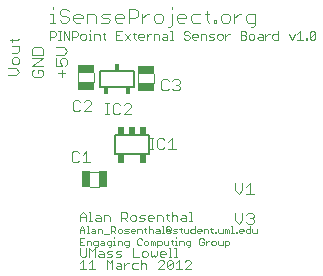
<source format=gto>
G75*
G70*
%OFA0B0*%
%FSLAX24Y24*%
%IPPOS*%
%LPD*%
%AMOC8*
5,1,8,0,0,1.08239X$1,22.5*
%
%ADD10C,0.0030*%
%ADD11C,0.0040*%
%ADD12C,0.0020*%
%ADD13C,0.0060*%
%ADD14R,0.0197X0.0256*%
%ADD15R,0.0180X0.0230*%
%ADD16R,0.0295X0.0571*%
%ADD17R,0.0571X0.0295*%
D10*
X002796Y001327D02*
X002990Y001327D01*
X002893Y001327D02*
X002893Y001618D01*
X002796Y001521D01*
X002845Y001727D02*
X002942Y001727D01*
X002990Y001776D01*
X002990Y002018D01*
X003091Y002018D02*
X003188Y001921D01*
X003285Y002018D01*
X003285Y001727D01*
X003386Y001776D02*
X003434Y001824D01*
X003579Y001824D01*
X003579Y001873D02*
X003579Y001727D01*
X003434Y001727D01*
X003386Y001776D01*
X003434Y001921D02*
X003531Y001921D01*
X003579Y001873D01*
X003680Y001873D02*
X003729Y001921D01*
X003874Y001921D01*
X003825Y001824D02*
X003874Y001776D01*
X003825Y001727D01*
X003680Y001727D01*
X003729Y001824D02*
X003680Y001873D01*
X003729Y001824D02*
X003825Y001824D01*
X003975Y001873D02*
X004023Y001921D01*
X004168Y001921D01*
X004120Y001824D02*
X004023Y001824D01*
X003975Y001873D01*
X003975Y001727D02*
X004120Y001727D01*
X004168Y001776D01*
X004120Y001824D01*
X003874Y001618D02*
X003874Y001327D01*
X003975Y001376D02*
X004023Y001424D01*
X004168Y001424D01*
X004168Y001473D02*
X004168Y001327D01*
X004023Y001327D01*
X003975Y001376D01*
X004023Y001521D02*
X004120Y001521D01*
X004168Y001473D01*
X004270Y001521D02*
X004270Y001327D01*
X004270Y001424D02*
X004366Y001521D01*
X004415Y001521D01*
X004515Y001473D02*
X004515Y001376D01*
X004564Y001327D01*
X004709Y001327D01*
X004810Y001327D02*
X004810Y001618D01*
X004858Y001521D02*
X004955Y001521D01*
X005003Y001473D01*
X005003Y001327D01*
X004810Y001473D02*
X004858Y001521D01*
X004709Y001521D02*
X004564Y001521D01*
X004515Y001473D01*
X004564Y001727D02*
X004758Y001727D01*
X004859Y001776D02*
X004859Y001873D01*
X004907Y001921D01*
X005004Y001921D01*
X005052Y001873D01*
X005052Y001776D01*
X005004Y001727D01*
X004907Y001727D01*
X004859Y001776D01*
X004564Y001727D02*
X004564Y002018D01*
X005154Y001921D02*
X005154Y001776D01*
X005202Y001727D01*
X005250Y001776D01*
X005299Y001727D01*
X005347Y001776D01*
X005347Y001921D01*
X005448Y001873D02*
X005448Y001776D01*
X005497Y001727D01*
X005593Y001727D01*
X005642Y001824D02*
X005448Y001824D01*
X005448Y001873D02*
X005497Y001921D01*
X005593Y001921D01*
X005642Y001873D01*
X005642Y001824D01*
X005743Y001727D02*
X005840Y001727D01*
X005791Y001727D02*
X005791Y002018D01*
X005743Y002018D01*
X005939Y002018D02*
X005988Y002018D01*
X005988Y001727D01*
X006036Y001727D02*
X005939Y001727D01*
X005839Y001618D02*
X005887Y001569D01*
X005694Y001376D01*
X005742Y001327D01*
X005839Y001327D01*
X005887Y001376D01*
X005887Y001569D01*
X005839Y001618D02*
X005742Y001618D01*
X005694Y001569D01*
X005694Y001376D01*
X005593Y001327D02*
X005399Y001327D01*
X005593Y001521D01*
X005593Y001569D01*
X005544Y001618D01*
X005447Y001618D01*
X005399Y001569D01*
X005988Y001521D02*
X006085Y001618D01*
X006085Y001327D01*
X005988Y001327D02*
X006182Y001327D01*
X006283Y001327D02*
X006476Y001521D01*
X006476Y001569D01*
X006428Y001618D01*
X006331Y001618D01*
X006283Y001569D01*
X006283Y001327D02*
X006476Y001327D01*
X008083Y002827D02*
X008207Y002951D01*
X008207Y003198D01*
X008328Y003136D02*
X008390Y003198D01*
X008513Y003198D01*
X008575Y003136D01*
X008575Y003074D01*
X008513Y003013D01*
X008575Y002951D01*
X008575Y002889D01*
X008513Y002827D01*
X008390Y002827D01*
X008328Y002889D01*
X008452Y003013D02*
X008513Y003013D01*
X008083Y002827D02*
X007960Y002951D01*
X007960Y003198D01*
X008083Y003827D02*
X008207Y003951D01*
X008207Y004198D01*
X008328Y004074D02*
X008452Y004198D01*
X008452Y003827D01*
X008575Y003827D02*
X008328Y003827D01*
X008083Y003827D02*
X007960Y003951D01*
X007960Y004198D01*
X006479Y003218D02*
X006479Y002927D01*
X006527Y002927D02*
X006430Y002927D01*
X006329Y002927D02*
X006329Y003073D01*
X006281Y003121D01*
X006184Y003121D01*
X006184Y003024D02*
X006329Y003024D01*
X006329Y002927D02*
X006184Y002927D01*
X006136Y002976D01*
X006184Y003024D01*
X006035Y003073D02*
X006035Y002927D01*
X006035Y003073D02*
X005986Y003121D01*
X005889Y003121D01*
X005841Y003073D01*
X005741Y003121D02*
X005645Y003121D01*
X005693Y003169D02*
X005693Y002976D01*
X005741Y002927D01*
X005841Y002927D02*
X005841Y003218D01*
X005543Y003073D02*
X005543Y002927D01*
X005543Y003073D02*
X005495Y003121D01*
X005350Y003121D01*
X005350Y002927D01*
X005249Y003024D02*
X005055Y003024D01*
X005055Y002976D02*
X005055Y003073D01*
X005104Y003121D01*
X005200Y003121D01*
X005249Y003073D01*
X005249Y003024D01*
X005200Y002927D02*
X005104Y002927D01*
X005055Y002976D01*
X004954Y002976D02*
X004906Y003024D01*
X004809Y003024D01*
X004761Y003073D01*
X004809Y003121D01*
X004954Y003121D01*
X004954Y002976D02*
X004906Y002927D01*
X004761Y002927D01*
X004660Y002976D02*
X004660Y003073D01*
X004611Y003121D01*
X004514Y003121D01*
X004466Y003073D01*
X004466Y002976D01*
X004514Y002927D01*
X004611Y002927D01*
X004660Y002976D01*
X004365Y002927D02*
X004268Y003024D01*
X004317Y003024D02*
X004171Y003024D01*
X004171Y002927D02*
X004171Y003218D01*
X004317Y003218D01*
X004365Y003169D01*
X004365Y003073D01*
X004317Y003024D01*
X003776Y003073D02*
X003776Y002927D01*
X003776Y003073D02*
X003727Y003121D01*
X003582Y003121D01*
X003582Y002927D01*
X003481Y002927D02*
X003336Y002927D01*
X003287Y002976D01*
X003336Y003024D01*
X003481Y003024D01*
X003481Y003073D02*
X003481Y002927D01*
X003481Y003073D02*
X003433Y003121D01*
X003336Y003121D01*
X003139Y003218D02*
X003139Y002927D01*
X003091Y002927D02*
X003188Y002927D01*
X002990Y002927D02*
X002990Y003121D01*
X002893Y003218D01*
X002796Y003121D01*
X002796Y002927D01*
X002796Y003073D02*
X002990Y003073D01*
X003091Y003218D02*
X003139Y003218D01*
X003091Y002018D02*
X003091Y001727D01*
X003188Y001618D02*
X003188Y001327D01*
X003091Y001327D02*
X003285Y001327D01*
X003091Y001521D02*
X003188Y001618D01*
X002845Y001727D02*
X002796Y001776D01*
X002796Y002018D01*
X003680Y001618D02*
X003680Y001327D01*
X003777Y001521D02*
X003874Y001618D01*
X003777Y001521D02*
X003680Y001618D01*
X006430Y003218D02*
X006479Y003218D01*
X005975Y005327D02*
X005728Y005327D01*
X005851Y005327D02*
X005851Y005698D01*
X005728Y005574D01*
X005607Y005636D02*
X005545Y005698D01*
X005421Y005698D01*
X005360Y005636D01*
X005360Y005389D01*
X005421Y005327D01*
X005545Y005327D01*
X005607Y005389D01*
X005238Y005327D02*
X005114Y005327D01*
X005176Y005327D02*
X005176Y005698D01*
X005114Y005698D02*
X005238Y005698D01*
X004496Y006477D02*
X004250Y006477D01*
X004496Y006724D01*
X004496Y006786D01*
X004435Y006848D01*
X004311Y006848D01*
X004250Y006786D01*
X004128Y006786D02*
X004066Y006848D01*
X003943Y006848D01*
X003881Y006786D01*
X003881Y006539D01*
X003943Y006477D01*
X004066Y006477D01*
X004128Y006539D01*
X003759Y006477D02*
X003636Y006477D01*
X003697Y006477D02*
X003697Y006848D01*
X003636Y006848D02*
X003759Y006848D01*
X003162Y006824D02*
X003162Y006886D01*
X003100Y006948D01*
X002976Y006948D01*
X002915Y006886D01*
X002793Y006886D02*
X002732Y006948D01*
X002608Y006948D01*
X002546Y006886D01*
X002546Y006639D01*
X002608Y006577D01*
X002732Y006577D01*
X002793Y006639D01*
X002915Y006577D02*
X003162Y006824D01*
X003162Y006577D02*
X002915Y006577D01*
X002181Y007727D02*
X002181Y007974D01*
X002181Y008096D02*
X002120Y008219D01*
X002120Y008281D01*
X002181Y008343D01*
X002305Y008343D01*
X002366Y008281D01*
X002366Y008157D01*
X002305Y008096D01*
X002181Y008096D02*
X001996Y008096D01*
X001996Y008343D01*
X001996Y008464D02*
X002243Y008464D01*
X002366Y008587D01*
X002243Y008711D01*
X001996Y008711D01*
X001566Y008649D02*
X001566Y008464D01*
X001196Y008464D01*
X001196Y008649D01*
X001258Y008711D01*
X001505Y008711D01*
X001566Y008649D01*
X001566Y008343D02*
X001196Y008343D01*
X001196Y008096D02*
X001566Y008343D01*
X001566Y008096D02*
X001196Y008096D01*
X001258Y007974D02*
X001196Y007913D01*
X001196Y007789D01*
X001258Y007727D01*
X001505Y007727D01*
X001566Y007789D01*
X001566Y007913D01*
X001505Y007974D01*
X001381Y007974D01*
X001381Y007851D01*
X000766Y007901D02*
X000643Y008024D01*
X000396Y008024D01*
X000520Y008207D02*
X000581Y008146D01*
X000705Y008146D01*
X000766Y008207D01*
X000766Y008331D01*
X000705Y008393D01*
X000581Y008393D01*
X000520Y008331D01*
X000520Y008207D01*
X000766Y007901D02*
X000643Y007777D01*
X000396Y007777D01*
X000520Y008514D02*
X000705Y008514D01*
X000766Y008576D01*
X000766Y008761D01*
X000520Y008761D01*
X000520Y008882D02*
X000520Y009006D01*
X000458Y008944D02*
X000705Y008944D01*
X000766Y009006D01*
X002058Y007851D02*
X002305Y007851D01*
X002571Y005248D02*
X002510Y005186D01*
X002510Y004939D01*
X002571Y004877D01*
X002695Y004877D01*
X002757Y004939D01*
X002878Y004877D02*
X003125Y004877D01*
X003002Y004877D02*
X003002Y005248D01*
X002878Y005124D01*
X002757Y005186D02*
X002695Y005248D01*
X002571Y005248D01*
X005496Y007339D02*
X005558Y007277D01*
X005682Y007277D01*
X005743Y007339D01*
X005865Y007339D02*
X005926Y007277D01*
X006050Y007277D01*
X006112Y007339D01*
X006112Y007401D01*
X006050Y007463D01*
X005988Y007463D01*
X006050Y007463D02*
X006112Y007524D01*
X006112Y007586D01*
X006050Y007648D01*
X005926Y007648D01*
X005865Y007586D01*
X005743Y007586D02*
X005682Y007648D01*
X005558Y007648D01*
X005496Y007586D01*
X005496Y007339D01*
D11*
X005241Y007522D02*
X005241Y007812D01*
X004722Y007812D02*
X004722Y007512D01*
X003241Y007572D02*
X003241Y007862D01*
X002722Y007862D02*
X002722Y007562D01*
X002645Y009532D02*
X002569Y009609D01*
X002569Y009763D01*
X002645Y009839D01*
X002799Y009839D01*
X002876Y009763D01*
X002876Y009686D01*
X002569Y009686D01*
X002415Y009686D02*
X002415Y009609D01*
X002338Y009532D01*
X002185Y009532D01*
X002108Y009609D01*
X001955Y009532D02*
X001801Y009532D01*
X001878Y009532D02*
X001878Y009839D01*
X001801Y009839D01*
X001878Y009993D02*
X001878Y010070D01*
X002108Y009916D02*
X002108Y009839D01*
X002185Y009763D01*
X002338Y009763D01*
X002415Y009686D01*
X002415Y009916D02*
X002338Y009993D01*
X002185Y009993D01*
X002108Y009916D01*
X002645Y009532D02*
X002799Y009532D01*
X003029Y009532D02*
X003029Y009839D01*
X003259Y009839D01*
X003336Y009763D01*
X003336Y009532D01*
X003489Y009532D02*
X003720Y009532D01*
X003796Y009609D01*
X003720Y009686D01*
X003566Y009686D01*
X003489Y009763D01*
X003566Y009839D01*
X003796Y009839D01*
X003950Y009763D02*
X003950Y009609D01*
X004026Y009532D01*
X004180Y009532D01*
X004257Y009686D02*
X003950Y009686D01*
X003950Y009763D02*
X004026Y009839D01*
X004180Y009839D01*
X004257Y009763D01*
X004257Y009686D01*
X004410Y009686D02*
X004640Y009686D01*
X004717Y009763D01*
X004717Y009916D01*
X004640Y009993D01*
X004410Y009993D01*
X004410Y009532D01*
X004870Y009532D02*
X004870Y009839D01*
X004870Y009686D02*
X005024Y009839D01*
X005101Y009839D01*
X005254Y009763D02*
X005254Y009609D01*
X005331Y009532D01*
X005484Y009532D01*
X005561Y009609D01*
X005561Y009763D01*
X005484Y009839D01*
X005331Y009839D01*
X005254Y009763D01*
X005714Y009379D02*
X005791Y009379D01*
X005868Y009456D01*
X005868Y009839D01*
X005868Y009993D02*
X005868Y010070D01*
X006098Y009839D02*
X006251Y009839D01*
X006328Y009763D01*
X006328Y009686D01*
X006021Y009686D01*
X006021Y009763D02*
X006098Y009839D01*
X006021Y009763D02*
X006021Y009609D01*
X006098Y009532D01*
X006251Y009532D01*
X006482Y009609D02*
X006482Y009763D01*
X006558Y009839D01*
X006789Y009839D01*
X006942Y009839D02*
X007095Y009839D01*
X007019Y009916D02*
X007019Y009609D01*
X007095Y009532D01*
X007249Y009532D02*
X007249Y009609D01*
X007326Y009609D01*
X007326Y009532D01*
X007249Y009532D01*
X007479Y009609D02*
X007479Y009763D01*
X007556Y009839D01*
X007709Y009839D01*
X007786Y009763D01*
X007786Y009609D01*
X007709Y009532D01*
X007556Y009532D01*
X007479Y009609D01*
X007939Y009532D02*
X007939Y009839D01*
X007939Y009686D02*
X008093Y009839D01*
X008170Y009839D01*
X008323Y009763D02*
X008323Y009609D01*
X008400Y009532D01*
X008630Y009532D01*
X008630Y009456D02*
X008630Y009839D01*
X008400Y009839D01*
X008323Y009763D01*
X008476Y009379D02*
X008553Y009379D01*
X008630Y009456D01*
X006789Y009532D02*
X006558Y009532D01*
X006482Y009609D01*
X003422Y004572D02*
X003131Y004572D01*
X003131Y004053D02*
X003431Y004053D01*
D12*
X003049Y002743D02*
X003049Y002522D01*
X003012Y002522D02*
X003086Y002522D01*
X003160Y002559D02*
X003196Y002596D01*
X003306Y002596D01*
X003306Y002633D02*
X003306Y002522D01*
X003196Y002522D01*
X003160Y002559D01*
X003196Y002669D02*
X003270Y002669D01*
X003306Y002633D01*
X003381Y002669D02*
X003381Y002522D01*
X003527Y002522D02*
X003527Y002633D01*
X003491Y002669D01*
X003381Y002669D01*
X003602Y002486D02*
X003748Y002486D01*
X003823Y002522D02*
X003823Y002743D01*
X003933Y002743D01*
X003969Y002706D01*
X003969Y002633D01*
X003933Y002596D01*
X003823Y002596D01*
X003896Y002596D02*
X003969Y002522D01*
X004044Y002559D02*
X004080Y002522D01*
X004154Y002522D01*
X004190Y002559D01*
X004190Y002633D01*
X004154Y002669D01*
X004080Y002669D01*
X004044Y002633D01*
X004044Y002559D01*
X003933Y002379D02*
X003933Y002343D01*
X003933Y002269D02*
X003933Y002122D01*
X003896Y002122D02*
X003970Y002122D01*
X004044Y002122D02*
X004044Y002269D01*
X004154Y002269D01*
X004190Y002233D01*
X004190Y002122D01*
X004265Y002159D02*
X004301Y002122D01*
X004411Y002122D01*
X004411Y002086D02*
X004411Y002269D01*
X004301Y002269D01*
X004265Y002233D01*
X004265Y002159D01*
X004338Y002049D02*
X004375Y002049D01*
X004411Y002086D01*
X004707Y002159D02*
X004743Y002122D01*
X004817Y002122D01*
X004853Y002159D01*
X004928Y002159D02*
X004928Y002233D01*
X004964Y002269D01*
X005038Y002269D01*
X005074Y002233D01*
X005074Y002159D01*
X005038Y002122D01*
X004964Y002122D01*
X004928Y002159D01*
X004853Y002306D02*
X004817Y002343D01*
X004743Y002343D01*
X004707Y002306D01*
X004707Y002159D01*
X004707Y002522D02*
X004707Y002669D01*
X004817Y002669D01*
X004853Y002633D01*
X004853Y002522D01*
X004964Y002559D02*
X005001Y002522D01*
X004964Y002559D02*
X004964Y002706D01*
X004928Y002669D02*
X005001Y002669D01*
X005075Y002633D02*
X005112Y002669D01*
X005185Y002669D01*
X005222Y002633D01*
X005222Y002522D01*
X005296Y002559D02*
X005333Y002596D01*
X005443Y002596D01*
X005443Y002633D02*
X005443Y002522D01*
X005333Y002522D01*
X005296Y002559D01*
X005333Y002669D02*
X005406Y002669D01*
X005443Y002633D01*
X005517Y002743D02*
X005554Y002743D01*
X005554Y002522D01*
X005590Y002522D02*
X005517Y002522D01*
X005664Y002559D02*
X005664Y002706D01*
X005701Y002743D01*
X005774Y002743D01*
X005811Y002706D01*
X005811Y002633D01*
X005774Y002596D01*
X005774Y002669D01*
X005701Y002669D01*
X005701Y002596D01*
X005774Y002596D01*
X005811Y002559D02*
X005774Y002522D01*
X005701Y002522D01*
X005664Y002559D01*
X005885Y002522D02*
X005995Y002522D01*
X006032Y002559D01*
X005995Y002596D01*
X005922Y002596D01*
X005885Y002633D01*
X005922Y002669D01*
X006032Y002669D01*
X006106Y002669D02*
X006180Y002669D01*
X006143Y002706D02*
X006143Y002559D01*
X006180Y002522D01*
X006254Y002559D02*
X006290Y002522D01*
X006400Y002522D01*
X006400Y002669D01*
X006474Y002633D02*
X006511Y002669D01*
X006621Y002669D01*
X006621Y002743D02*
X006621Y002522D01*
X006511Y002522D01*
X006474Y002559D01*
X006474Y002633D01*
X006695Y002633D02*
X006732Y002669D01*
X006806Y002669D01*
X006842Y002633D01*
X006842Y002596D01*
X006695Y002596D01*
X006695Y002559D02*
X006695Y002633D01*
X006695Y002559D02*
X006732Y002522D01*
X006806Y002522D01*
X006916Y002522D02*
X006916Y002669D01*
X007027Y002669D01*
X007063Y002633D01*
X007063Y002522D01*
X007174Y002559D02*
X007211Y002522D01*
X007174Y002559D02*
X007174Y002706D01*
X007137Y002669D02*
X007211Y002669D01*
X007285Y002559D02*
X007321Y002559D01*
X007321Y002522D01*
X007285Y002522D01*
X007285Y002559D01*
X007395Y002559D02*
X007395Y002669D01*
X007395Y002559D02*
X007432Y002522D01*
X007542Y002522D01*
X007542Y002669D01*
X007616Y002669D02*
X007653Y002669D01*
X007690Y002633D01*
X007726Y002669D01*
X007763Y002633D01*
X007763Y002522D01*
X007690Y002522D02*
X007690Y002633D01*
X007616Y002669D02*
X007616Y002522D01*
X007837Y002522D02*
X007911Y002522D01*
X007874Y002522D02*
X007874Y002743D01*
X007837Y002743D01*
X007985Y002559D02*
X008021Y002559D01*
X008021Y002522D01*
X007985Y002522D01*
X007985Y002559D01*
X008095Y002559D02*
X008132Y002522D01*
X008205Y002522D01*
X008242Y002596D02*
X008095Y002596D01*
X008095Y002633D02*
X008132Y002669D01*
X008205Y002669D01*
X008242Y002633D01*
X008242Y002596D01*
X008316Y002633D02*
X008353Y002669D01*
X008463Y002669D01*
X008463Y002743D02*
X008463Y002522D01*
X008353Y002522D01*
X008316Y002559D01*
X008316Y002633D01*
X008095Y002633D02*
X008095Y002559D01*
X007763Y002233D02*
X007763Y002159D01*
X007726Y002122D01*
X007616Y002122D01*
X007616Y002049D02*
X007616Y002269D01*
X007726Y002269D01*
X007763Y002233D01*
X007542Y002269D02*
X007542Y002122D01*
X007432Y002122D01*
X007395Y002159D01*
X007395Y002269D01*
X007321Y002233D02*
X007284Y002269D01*
X007211Y002269D01*
X007174Y002233D01*
X007174Y002159D01*
X007211Y002122D01*
X007284Y002122D01*
X007321Y002159D01*
X007321Y002233D01*
X007100Y002269D02*
X007064Y002269D01*
X006990Y002196D01*
X006990Y002269D02*
X006990Y002122D01*
X006916Y002159D02*
X006916Y002233D01*
X006843Y002233D01*
X006916Y002306D02*
X006879Y002343D01*
X006806Y002343D01*
X006769Y002306D01*
X006769Y002159D01*
X006806Y002122D01*
X006879Y002122D01*
X006916Y002159D01*
X006474Y002122D02*
X006364Y002122D01*
X006327Y002159D01*
X006327Y002233D01*
X006364Y002269D01*
X006474Y002269D01*
X006474Y002086D01*
X006437Y002049D01*
X006401Y002049D01*
X006253Y002122D02*
X006253Y002233D01*
X006216Y002269D01*
X006106Y002269D01*
X006106Y002122D01*
X006032Y002122D02*
X005959Y002122D01*
X005996Y002122D02*
X005996Y002269D01*
X005959Y002269D01*
X005885Y002269D02*
X005812Y002269D01*
X005848Y002306D02*
X005848Y002159D01*
X005885Y002122D01*
X005737Y002122D02*
X005737Y002269D01*
X005591Y002269D02*
X005591Y002159D01*
X005627Y002122D01*
X005737Y002122D01*
X005516Y002159D02*
X005516Y002233D01*
X005480Y002269D01*
X005370Y002269D01*
X005370Y002049D01*
X005370Y002122D02*
X005480Y002122D01*
X005516Y002159D01*
X005295Y002122D02*
X005295Y002233D01*
X005259Y002269D01*
X005222Y002233D01*
X005222Y002122D01*
X005149Y002122D02*
X005149Y002269D01*
X005185Y002269D01*
X005222Y002233D01*
X005075Y002522D02*
X005075Y002743D01*
X004632Y002633D02*
X004632Y002596D01*
X004486Y002596D01*
X004486Y002633D02*
X004522Y002669D01*
X004596Y002669D01*
X004632Y002633D01*
X004596Y002522D02*
X004522Y002522D01*
X004486Y002559D01*
X004486Y002633D01*
X004411Y002669D02*
X004301Y002669D01*
X004265Y002633D01*
X004301Y002596D01*
X004375Y002596D01*
X004411Y002559D01*
X004375Y002522D01*
X004265Y002522D01*
X003933Y002269D02*
X003896Y002269D01*
X003822Y002269D02*
X003822Y002086D01*
X003785Y002049D01*
X003749Y002049D01*
X003712Y002122D02*
X003675Y002159D01*
X003675Y002233D01*
X003712Y002269D01*
X003822Y002269D01*
X003822Y002122D02*
X003712Y002122D01*
X003601Y002122D02*
X003601Y002233D01*
X003564Y002269D01*
X003491Y002269D01*
X003491Y002196D02*
X003601Y002196D01*
X003601Y002122D02*
X003491Y002122D01*
X003454Y002159D01*
X003491Y002196D01*
X003380Y002269D02*
X003380Y002086D01*
X003343Y002049D01*
X003307Y002049D01*
X003270Y002122D02*
X003380Y002122D01*
X003270Y002122D02*
X003233Y002159D01*
X003233Y002233D01*
X003270Y002269D01*
X003380Y002269D01*
X003159Y002233D02*
X003159Y002122D01*
X003159Y002233D02*
X003122Y002269D01*
X003012Y002269D01*
X003012Y002122D01*
X002938Y002122D02*
X002791Y002122D01*
X002791Y002343D01*
X002938Y002343D01*
X002865Y002233D02*
X002791Y002233D01*
X002791Y002522D02*
X002791Y002669D01*
X002865Y002743D01*
X002938Y002669D01*
X002938Y002522D01*
X002938Y002633D02*
X002791Y002633D01*
X003012Y002743D02*
X003049Y002743D01*
X005996Y002379D02*
X005996Y002343D01*
X006254Y002559D02*
X006254Y002669D01*
X008537Y002669D02*
X008537Y002559D01*
X008574Y002522D01*
X008684Y002522D01*
X008684Y002669D01*
X008744Y008972D02*
X008697Y009019D01*
X008744Y009066D01*
X008884Y009066D01*
X008884Y009113D02*
X008884Y008972D01*
X008744Y008972D01*
X008744Y009159D02*
X008837Y009159D01*
X008884Y009113D01*
X008973Y009159D02*
X008973Y008972D01*
X008973Y009066D02*
X009066Y009159D01*
X009113Y009159D01*
X009203Y009113D02*
X009250Y009159D01*
X009390Y009159D01*
X009390Y009253D02*
X009390Y008972D01*
X009250Y008972D01*
X009203Y009019D01*
X009203Y009113D01*
X009756Y009159D02*
X009849Y008972D01*
X009942Y009159D01*
X010032Y009159D02*
X010125Y009253D01*
X010125Y008972D01*
X010032Y008972D02*
X010219Y008972D01*
X010308Y008972D02*
X010355Y008972D01*
X010355Y009019D01*
X010308Y009019D01*
X010308Y008972D01*
X010446Y009019D02*
X010633Y009206D01*
X010633Y009019D01*
X010586Y008972D01*
X010493Y008972D01*
X010446Y009019D01*
X010446Y009206D01*
X010493Y009253D01*
X010586Y009253D01*
X010633Y009206D01*
X008607Y009113D02*
X008607Y009019D01*
X008561Y008972D01*
X008467Y008972D01*
X008421Y009019D01*
X008421Y009113D01*
X008467Y009159D01*
X008561Y009159D01*
X008607Y009113D01*
X008331Y009159D02*
X008284Y009113D01*
X008144Y009113D01*
X008144Y009253D02*
X008144Y008972D01*
X008284Y008972D01*
X008331Y009019D01*
X008331Y009066D01*
X008284Y009113D01*
X008331Y009159D02*
X008331Y009206D01*
X008284Y009253D01*
X008144Y009253D01*
X007778Y009159D02*
X007731Y009159D01*
X007638Y009066D01*
X007638Y009159D02*
X007638Y008972D01*
X007549Y009019D02*
X007549Y009113D01*
X007502Y009159D01*
X007408Y009159D01*
X007362Y009113D01*
X007362Y009019D01*
X007408Y008972D01*
X007502Y008972D01*
X007549Y009019D01*
X007272Y009019D02*
X007226Y009066D01*
X007132Y009066D01*
X007086Y009113D01*
X007132Y009159D01*
X007272Y009159D01*
X007272Y009019D02*
X007226Y008972D01*
X007086Y008972D01*
X006996Y008972D02*
X006996Y009113D01*
X006949Y009159D01*
X006809Y009159D01*
X006809Y008972D01*
X006720Y009066D02*
X006533Y009066D01*
X006533Y009019D02*
X006533Y009113D01*
X006580Y009159D01*
X006673Y009159D01*
X006720Y009113D01*
X006720Y009066D01*
X006673Y008972D02*
X006580Y008972D01*
X006533Y009019D01*
X006444Y009019D02*
X006397Y008972D01*
X006304Y008972D01*
X006257Y009019D01*
X006304Y009113D02*
X006397Y009113D01*
X006444Y009066D01*
X006444Y009019D01*
X006304Y009113D02*
X006257Y009159D01*
X006257Y009206D01*
X006304Y009253D01*
X006397Y009253D01*
X006444Y009206D01*
X005890Y008972D02*
X005797Y008972D01*
X005843Y008972D02*
X005843Y009253D01*
X005797Y009253D01*
X005660Y009159D02*
X005707Y009113D01*
X005707Y008972D01*
X005567Y008972D01*
X005520Y009019D01*
X005567Y009066D01*
X005707Y009066D01*
X005660Y009159D02*
X005567Y009159D01*
X005431Y009113D02*
X005431Y008972D01*
X005431Y009113D02*
X005384Y009159D01*
X005244Y009159D01*
X005244Y008972D01*
X005154Y009159D02*
X005107Y009159D01*
X005014Y009066D01*
X004925Y009066D02*
X004738Y009066D01*
X004738Y009019D02*
X004738Y009113D01*
X004784Y009159D01*
X004878Y009159D01*
X004925Y009113D01*
X004925Y009066D01*
X004878Y008972D02*
X004784Y008972D01*
X004738Y009019D01*
X004647Y008972D02*
X004600Y009019D01*
X004600Y009206D01*
X004554Y009159D02*
X004647Y009159D01*
X004464Y009159D02*
X004277Y008972D01*
X004188Y008972D02*
X004001Y008972D01*
X004001Y009253D01*
X004188Y009253D01*
X004277Y009159D02*
X004464Y008972D01*
X004095Y009113D02*
X004001Y009113D01*
X003634Y009159D02*
X003541Y009159D01*
X003587Y009206D02*
X003587Y009019D01*
X003634Y008972D01*
X003451Y008972D02*
X003451Y009113D01*
X003405Y009159D01*
X003265Y009159D01*
X003265Y008972D01*
X003174Y008972D02*
X003080Y008972D01*
X003127Y008972D02*
X003127Y009159D01*
X003080Y009159D01*
X002991Y009113D02*
X002944Y009159D01*
X002851Y009159D01*
X002804Y009113D01*
X002804Y009019D01*
X002851Y008972D01*
X002944Y008972D01*
X002991Y009019D01*
X002991Y009113D01*
X003127Y009253D02*
X003127Y009299D01*
X002715Y009206D02*
X002715Y009113D01*
X002668Y009066D01*
X002528Y009066D01*
X002528Y008972D02*
X002528Y009253D01*
X002668Y009253D01*
X002715Y009206D01*
X002439Y009253D02*
X002439Y008972D01*
X002252Y009253D01*
X002252Y008972D01*
X002161Y008972D02*
X002068Y008972D01*
X002114Y008972D02*
X002114Y009253D01*
X002068Y009253D02*
X002161Y009253D01*
X001978Y009206D02*
X001978Y009113D01*
X001932Y009066D01*
X001791Y009066D01*
X001791Y008972D02*
X001791Y009253D01*
X001932Y009253D01*
X001978Y009206D01*
X005014Y009159D02*
X005014Y008972D01*
D13*
X004581Y007922D02*
X003461Y007922D01*
X003461Y007403D01*
X004581Y007403D01*
X004581Y007922D01*
X004700Y005781D02*
X004737Y005781D01*
X005054Y005781D02*
X005091Y005781D01*
X005091Y005144D01*
X005054Y005144D01*
X005091Y005144D02*
X003972Y005144D01*
X004009Y005144D01*
X003972Y005144D02*
X003972Y005781D01*
X004009Y005781D01*
X003972Y005781D02*
X005091Y005781D01*
X004737Y005144D02*
X004326Y005144D01*
X004326Y005781D02*
X004363Y005781D01*
D14*
X004531Y005925D03*
X004157Y005925D03*
X004905Y005925D03*
X004905Y005000D03*
X004157Y005000D03*
D15*
X004391Y007267D03*
X003651Y007267D03*
X004021Y008057D03*
D16*
X003564Y004312D03*
X002994Y004312D03*
D17*
X002981Y007430D03*
X002981Y008000D03*
X004981Y007950D03*
X004981Y007380D03*
M02*

</source>
